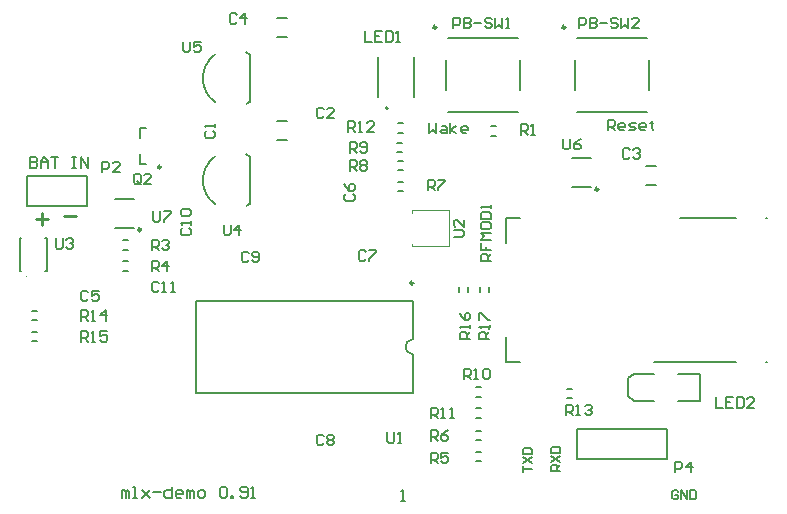
<source format=gto>
G04*
G04 #@! TF.GenerationSoftware,Altium Limited,Altium Designer,20.1.8 (145)*
G04*
G04 Layer_Color=16777215*
%FSLAX25Y25*%
%MOIN*%
G70*
G04*
G04 #@! TF.SameCoordinates,9FEF0589-292D-4462-8DC4-F6EDC39D71BC*
G04*
G04*
G04 #@! TF.FilePolarity,Positive*
G04*
G01*
G75*
%ADD10C,0.01000*%
%ADD11C,0.00394*%
%ADD12C,0.00984*%
%ADD13C,0.00787*%
%ADD14C,0.00600*%
%ADD15C,0.00500*%
%ADD16C,0.00700*%
D10*
X115000Y198500D02*
G03*
X115000Y198500I-500J0D01*
G01*
X267500Y212000D02*
G03*
X267500Y212000I-500J0D01*
G01*
X213500Y266000D02*
G03*
X213500Y266000I-500J0D01*
G01*
X256500D02*
G03*
X256500Y266000I-500J0D01*
G01*
X89500Y203000D02*
X93499D01*
X80000Y201999D02*
X83999D01*
X81999Y203999D02*
Y200000D01*
D11*
X77047Y182992D02*
G03*
X77047Y182992I-197J0D01*
G01*
X205500Y205200D02*
X217700D01*
X205500Y193000D02*
X217700D01*
X205500Y204200D02*
Y205200D01*
X217700Y193000D02*
Y205200D01*
X205500Y193100D02*
Y193900D01*
D12*
X205839Y180760D02*
G03*
X205839Y180760I-492J0D01*
G01*
X121732Y219413D02*
G03*
X121732Y219413I-492J0D01*
G01*
D13*
X205720Y162000D02*
G03*
X205720Y157000I0J-2500D01*
G01*
X151433Y256831D02*
G03*
X150181Y257637I-5932J-7831D01*
G01*
X139762Y256949D02*
G03*
X139874Y240972I5738J-7949D01*
G01*
X150133Y240387D02*
G03*
X151406Y241205I-4633J8613D01*
G01*
X151433Y222831D02*
G03*
X150181Y223637I-5932J-7831D01*
G01*
X139762Y222949D02*
G03*
X139874Y206972I5738J-7949D01*
G01*
X150133Y206387D02*
G03*
X151406Y207205I-4633J8613D01*
G01*
X197394Y239000D02*
G03*
X197394Y239000I-394J0D01*
G01*
X260500Y122000D02*
Y132000D01*
X290500D01*
Y122000D02*
Y132000D01*
X260500Y122000D02*
X290500D01*
X323331Y202516D02*
X323705D01*
X323331Y154484D02*
X323705D01*
X285929D02*
X313488D01*
X236717D02*
X241441D01*
X236717D02*
Y162752D01*
Y194248D02*
Y202516D01*
X241441D01*
X294591D02*
X313488D01*
X231075Y177713D02*
Y179287D01*
X227925Y177713D02*
Y179287D01*
X83213Y195776D02*
X83713D01*
Y185276D02*
Y195776D01*
Y184776D02*
Y185276D01*
X83213Y184776D02*
X83713D01*
X74713Y195776D02*
X75213D01*
X74713Y195276D02*
Y195776D01*
Y184776D02*
Y195276D01*
Y184776D02*
X75213D01*
X205720Y162000D02*
Y174854D01*
Y144146D02*
Y157000D01*
X133280Y144146D02*
Y174854D01*
X205720D01*
X133280Y144146D02*
X205720D01*
X109213Y195075D02*
X110787D01*
X109213Y191925D02*
X110787D01*
X109213Y188075D02*
X110787D01*
X109213Y184925D02*
X110787D01*
X151406Y241205D02*
Y256795D01*
Y207205D02*
Y222795D01*
X114744Y229256D02*
Y232405D01*
X116713D01*
X114744Y220595D02*
Y223744D01*
Y220595D02*
X116713D01*
X77000Y206500D02*
X97000D01*
Y216500D01*
X77000D02*
X97000D01*
X77000Y206500D02*
Y216500D01*
X200713Y221575D02*
X202287D01*
X200713Y218425D02*
X202287D01*
X200713Y211425D02*
X202287D01*
X200713Y214575D02*
X202287D01*
X200559Y227575D02*
X202134D01*
X200559Y224425D02*
X202134D01*
X226713Y124575D02*
X228287D01*
X226713Y121425D02*
X228287D01*
X226713Y131575D02*
X228287D01*
X226713Y128425D02*
X228287D01*
X160425Y269150D02*
X163575D01*
X160425Y262850D02*
X163575D01*
X78713Y161425D02*
X80287D01*
X78713Y164575D02*
X80287D01*
X78713Y168425D02*
X80287D01*
X78713Y171575D02*
X80287D01*
X257213Y142425D02*
X258787D01*
X257213Y145575D02*
X258787D01*
X231713Y233075D02*
X233287D01*
X231713Y229925D02*
X233287D01*
X200713Y230925D02*
X202287D01*
X200713Y234075D02*
X202287D01*
X160425Y234650D02*
X163575D01*
X160425Y228350D02*
X163575D01*
X226713Y139075D02*
X228287D01*
X226713Y135925D02*
X228287D01*
X226713Y146075D02*
X228287D01*
X226713Y142925D02*
X228287D01*
X283425Y219650D02*
X286575D01*
X283425Y213350D02*
X286575D01*
X224075Y177713D02*
Y179287D01*
X220925Y177713D02*
Y179287D01*
X279370Y141472D02*
X286063D01*
X277402Y148953D02*
X279370Y150528D01*
X277402Y143047D02*
X279370Y141472D01*
Y150528D02*
X286063D01*
X277402Y143047D02*
Y148953D01*
X301417Y141472D02*
Y150528D01*
X293937Y141472D02*
X301417D01*
X293937Y150528D02*
X301417D01*
D14*
X106350Y199150D02*
X112650D01*
X106350Y208850D02*
X112650D01*
X258850Y212650D02*
X265150D01*
X258850Y222350D02*
X265150D01*
X217360Y237700D02*
X240640D01*
X241300Y244967D02*
Y255033D01*
X217360Y262300D02*
X240640D01*
X216700Y244967D02*
Y255033D01*
X260360Y237700D02*
X283640D01*
X284300Y244967D02*
Y255033D01*
X260360Y262300D02*
X283640D01*
X259700Y244967D02*
Y255033D01*
D15*
X205906Y242807D02*
Y256193D01*
X194095Y242807D02*
Y256193D01*
D16*
X201700Y108200D02*
X202933D01*
X202316D01*
Y111899D01*
X201700Y111282D01*
X254800Y118200D02*
X251801D01*
Y119700D01*
X252301Y120199D01*
X253300D01*
X253800Y119700D01*
Y118200D01*
Y119200D02*
X254800Y120199D01*
X251801Y121199D02*
X254800Y123198D01*
X251801D02*
X254800Y121199D01*
X251801Y124198D02*
X254800D01*
Y125698D01*
X254300Y126197D01*
X252301D01*
X251801Y125698D01*
Y124198D01*
X294199Y111199D02*
X293700Y111699D01*
X292700D01*
X292200Y111199D01*
Y109200D01*
X292700Y108700D01*
X293700D01*
X294199Y109200D01*
Y110199D01*
X293200D01*
X295199Y108700D02*
Y111699D01*
X297198Y108700D01*
Y111699D01*
X298198D02*
Y108700D01*
X299698D01*
X300197Y109200D01*
Y111199D01*
X299698Y111699D01*
X298198D01*
X242301Y117700D02*
Y119699D01*
Y118700D01*
X245300D01*
X242301Y120699D02*
X245300Y122698D01*
X242301D02*
X245300Y120699D01*
X242301Y123698D02*
X245300D01*
Y125198D01*
X244800Y125697D01*
X242801D01*
X242301Y125198D01*
Y123698D01*
X211200Y234199D02*
Y230700D01*
X212366Y231866D01*
X213533Y230700D01*
Y234199D01*
X215282Y233033D02*
X216448D01*
X217031Y232449D01*
Y230700D01*
X215282D01*
X214699Y231283D01*
X215282Y231866D01*
X217031D01*
X218198Y230700D02*
Y234199D01*
Y231866D02*
X219947Y233033D01*
X218198Y231866D02*
X219947Y230700D01*
X223446D02*
X222280D01*
X221697Y231283D01*
Y232449D01*
X222280Y233033D01*
X223446D01*
X224029Y232449D01*
Y231866D01*
X221697D01*
X270700Y231700D02*
Y235199D01*
X272449D01*
X273033Y234616D01*
Y233449D01*
X272449Y232866D01*
X270700D01*
X271866D02*
X273033Y231700D01*
X275948D02*
X274782D01*
X274199Y232283D01*
Y233449D01*
X274782Y234033D01*
X275948D01*
X276531Y233449D01*
Y232866D01*
X274199D01*
X277698Y231700D02*
X279447D01*
X280030Y232283D01*
X279447Y232866D01*
X278281D01*
X277698Y233449D01*
X278281Y234033D01*
X280030D01*
X282946Y231700D02*
X281780D01*
X281197Y232283D01*
Y233449D01*
X281780Y234033D01*
X282946D01*
X283529Y233449D01*
Y232866D01*
X281197D01*
X285279Y234616D02*
Y234033D01*
X284696D01*
X285862D01*
X285279D01*
Y232283D01*
X285862Y231700D01*
X108700Y109200D02*
Y111666D01*
X109317D01*
X109933Y111049D01*
Y109200D01*
Y111049D01*
X110549Y111666D01*
X111166Y111049D01*
Y109200D01*
X112399D02*
X113632D01*
X113015D01*
Y112899D01*
X112399D01*
X115481Y111666D02*
X117947Y109200D01*
X116714Y110433D01*
X117947Y111666D01*
X115481Y109200D01*
X119180Y111049D02*
X121646D01*
X125345Y112899D02*
Y109200D01*
X123495D01*
X122879Y109817D01*
Y111049D01*
X123495Y111666D01*
X125345D01*
X128427Y109200D02*
X127194D01*
X126577Y109817D01*
Y111049D01*
X127194Y111666D01*
X128427D01*
X129043Y111049D01*
Y110433D01*
X126577D01*
X130276Y109200D02*
Y111666D01*
X130893D01*
X131509Y111049D01*
Y109200D01*
Y111049D01*
X132126Y111666D01*
X132742Y111049D01*
Y109200D01*
X134592D02*
X135825D01*
X136441Y109817D01*
Y111049D01*
X135825Y111666D01*
X134592D01*
X133975Y111049D01*
Y109817D01*
X134592Y109200D01*
X141373Y112282D02*
X141989Y112899D01*
X143222D01*
X143839Y112282D01*
Y109817D01*
X143222Y109200D01*
X141989D01*
X141373Y109817D01*
Y112282D01*
X145071Y109200D02*
Y109817D01*
X145688D01*
Y109200D01*
X145071D01*
X148154Y109817D02*
X148770Y109200D01*
X150003D01*
X150620Y109817D01*
Y112282D01*
X150003Y112899D01*
X148770D01*
X148154Y112282D01*
Y111666D01*
X148770Y111049D01*
X150620D01*
X151853Y109200D02*
X153086D01*
X152469D01*
Y112899D01*
X151853Y112282D01*
X78200Y222699D02*
Y219200D01*
X79949D01*
X80533Y219783D01*
Y220366D01*
X79949Y220949D01*
X78200D01*
X79949D01*
X80533Y221533D01*
Y222116D01*
X79949Y222699D01*
X78200D01*
X81699Y219200D02*
Y221533D01*
X82865Y222699D01*
X84031Y221533D01*
Y219200D01*
Y220949D01*
X81699D01*
X85198Y222699D02*
X87530D01*
X86364D01*
Y219200D01*
X92195Y222699D02*
X93362D01*
X92779D01*
Y219200D01*
X92195D01*
X93362D01*
X95111D02*
Y222699D01*
X97444Y219200D01*
Y222699D01*
X119084Y204749D02*
Y201834D01*
X119667Y201251D01*
X120834D01*
X121417Y201834D01*
Y204749D01*
X122583D02*
X124916D01*
Y204166D01*
X122583Y201834D01*
Y201251D01*
X255800Y228799D02*
Y225883D01*
X256383Y225300D01*
X257549D01*
X258133Y225883D01*
Y228799D01*
X261631D02*
X260465Y228216D01*
X259299Y227049D01*
Y225883D01*
X259882Y225300D01*
X261048D01*
X261631Y225883D01*
Y226466D01*
X261048Y227049D01*
X259299D01*
X293084Y117751D02*
Y121249D01*
X294834D01*
X295417Y120666D01*
Y119500D01*
X294834Y118917D01*
X293084D01*
X298333Y117751D02*
Y121249D01*
X296583Y119500D01*
X298916D01*
X231159Y162091D02*
X227661Y162163D01*
X227697Y163912D01*
X228292Y164483D01*
X229458Y164459D01*
X230029Y163864D01*
X229993Y162115D01*
X230017Y163281D02*
X231207Y164424D01*
X231231Y165589D02*
X231255Y166756D01*
X231243Y166173D01*
X227745Y166244D01*
X228316Y165649D01*
X227793Y168577D02*
X227841Y170909D01*
X228424Y170897D01*
X230708Y168517D01*
X231291Y168505D01*
X219251Y196084D02*
X222166D01*
X222749Y196667D01*
Y197834D01*
X222166Y198417D01*
X219251D01*
X222749Y201916D02*
Y199583D01*
X220417Y201916D01*
X219834D01*
X219251Y201333D01*
Y200166D01*
X219834Y199583D01*
X197167Y131009D02*
Y128094D01*
X197751Y127510D01*
X198917D01*
X199500Y128094D01*
Y131009D01*
X200666Y127510D02*
X201833D01*
X201249D01*
Y131009D01*
X200666Y130426D01*
X121042Y180666D02*
X120459Y181249D01*
X119293D01*
X118710Y180666D01*
Y178334D01*
X119293Y177751D01*
X120459D01*
X121042Y178334D01*
X122208Y177751D02*
X123375D01*
X122792D01*
Y181249D01*
X122208Y180666D01*
X125124Y177751D02*
X126290D01*
X125707D01*
Y181249D01*
X125124Y180666D01*
X129084Y261249D02*
Y258334D01*
X129667Y257751D01*
X130834D01*
X131417Y258334D01*
Y261249D01*
X134916D02*
X132583D01*
Y259500D01*
X133749Y260083D01*
X134333D01*
X134916Y259500D01*
Y258334D01*
X134333Y257751D01*
X133166D01*
X132583Y258334D01*
X142584Y200249D02*
Y197334D01*
X143167Y196751D01*
X144334D01*
X144917Y197334D01*
Y200249D01*
X147833Y196751D02*
Y200249D01*
X146083Y198500D01*
X148416D01*
X128834Y198959D02*
X128251Y198376D01*
Y197210D01*
X128834Y196626D01*
X131166D01*
X131749Y197210D01*
Y198376D01*
X131166Y198959D01*
X131749Y200125D02*
Y201292D01*
Y200708D01*
X128251D01*
X128834Y200125D01*
Y203041D02*
X128251Y203624D01*
Y204790D01*
X128834Y205374D01*
X131166D01*
X131749Y204790D01*
Y203624D01*
X131166Y203041D01*
X128834D01*
X114917Y214334D02*
Y216666D01*
X114334Y217249D01*
X113167D01*
X112584Y216666D01*
Y214334D01*
X113167Y213751D01*
X114334D01*
X113751Y214917D02*
X114917Y213751D01*
X114334D02*
X114917Y214334D01*
X118416Y213751D02*
X116083D01*
X118416Y216083D01*
Y216666D01*
X117833Y217249D01*
X116666D01*
X116083Y216666D01*
X224749Y162126D02*
X221251D01*
Y163876D01*
X221834Y164459D01*
X223000D01*
X223583Y163876D01*
Y162126D01*
Y163293D02*
X224749Y164459D01*
Y165625D02*
Y166792D01*
Y166208D01*
X221251D01*
X221834Y165625D01*
X221251Y170874D02*
X221834Y169707D01*
X223000Y168541D01*
X224166D01*
X224749Y169124D01*
Y170290D01*
X224166Y170874D01*
X223583D01*
X223000Y170290D01*
Y168541D01*
X86584Y195749D02*
Y192834D01*
X87167Y192251D01*
X88334D01*
X88917Y192834D01*
Y195749D01*
X90083Y195166D02*
X90666Y195749D01*
X91833D01*
X92416Y195166D01*
Y194583D01*
X91833Y194000D01*
X91249D01*
X91833D01*
X92416Y193417D01*
Y192834D01*
X91833Y192251D01*
X90666D01*
X90083Y192834D01*
X231749Y188170D02*
X228251D01*
Y189919D01*
X228834Y190502D01*
X230000D01*
X230583Y189919D01*
Y188170D01*
Y189336D02*
X231749Y190502D01*
X228251Y194001D02*
Y191669D01*
X230000D01*
Y192835D01*
Y191669D01*
X231749D01*
Y195167D02*
X228251D01*
X229417Y196334D01*
X228251Y197500D01*
X231749D01*
X228251Y200416D02*
Y199249D01*
X228834Y198666D01*
X231166D01*
X231749Y199249D01*
Y200416D01*
X231166Y200999D01*
X228834D01*
X228251Y200416D01*
Y202165D02*
X231749D01*
Y203915D01*
X231166Y204498D01*
X228834D01*
X228251Y203915D01*
Y202165D01*
X231749Y205664D02*
Y206830D01*
Y206247D01*
X228251D01*
X228834Y205664D01*
X95126Y161251D02*
Y164749D01*
X96876D01*
X97459Y164166D01*
Y163000D01*
X96876Y162417D01*
X95126D01*
X96293D02*
X97459Y161251D01*
X98625D02*
X99792D01*
X99208D01*
Y164749D01*
X98625Y164166D01*
X103874Y164749D02*
X101541D01*
Y163000D01*
X102707Y163583D01*
X103290D01*
X103874Y163000D01*
Y161834D01*
X103290Y161251D01*
X102124D01*
X101541Y161834D01*
X95126Y168251D02*
Y171749D01*
X96876D01*
X97459Y171166D01*
Y170000D01*
X96876Y169417D01*
X95126D01*
X96293D02*
X97459Y168251D01*
X98625D02*
X99792D01*
X99208D01*
Y171749D01*
X98625Y171166D01*
X103290Y168251D02*
Y171749D01*
X101541Y170000D01*
X103874D01*
X256626Y136751D02*
Y140249D01*
X258376D01*
X258959Y139666D01*
Y138500D01*
X258376Y137917D01*
X256626D01*
X257793D02*
X258959Y136751D01*
X260125D02*
X261292D01*
X260708D01*
Y140249D01*
X260125Y139666D01*
X263041D02*
X263624Y140249D01*
X264790D01*
X265374Y139666D01*
Y139083D01*
X264790Y138500D01*
X264207D01*
X264790D01*
X265374Y137917D01*
Y137334D01*
X264790Y136751D01*
X263624D01*
X263041Y137334D01*
X184126Y231251D02*
Y234749D01*
X185876D01*
X186459Y234166D01*
Y233000D01*
X185876Y232417D01*
X184126D01*
X185293D02*
X186459Y231251D01*
X187625D02*
X188792D01*
X188208D01*
Y234749D01*
X187625Y234166D01*
X192874Y231251D02*
X190541D01*
X192874Y233583D01*
Y234166D01*
X192290Y234749D01*
X191124D01*
X190541Y234166D01*
X211710Y135751D02*
Y139249D01*
X213459D01*
X214042Y138666D01*
Y137500D01*
X213459Y136917D01*
X211710D01*
X212876D02*
X214042Y135751D01*
X215208D02*
X216375D01*
X215792D01*
Y139249D01*
X215208Y138666D01*
X218124Y135751D02*
X219290D01*
X218707D01*
Y139249D01*
X218124Y138666D01*
X222626Y148751D02*
Y152249D01*
X224376D01*
X224959Y151666D01*
Y150500D01*
X224376Y149917D01*
X222626D01*
X223793D02*
X224959Y148751D01*
X226125D02*
X227292D01*
X226708D01*
Y152249D01*
X226125Y151666D01*
X229041D02*
X229624Y152249D01*
X230790D01*
X231374Y151666D01*
Y149334D01*
X230790Y148751D01*
X229624D01*
X229041Y149334D01*
Y151666D01*
X184584Y224251D02*
Y227749D01*
X186334D01*
X186917Y227166D01*
Y226000D01*
X186334Y225417D01*
X184584D01*
X185751D02*
X186917Y224251D01*
X188083Y224834D02*
X188666Y224251D01*
X189833D01*
X190416Y224834D01*
Y227166D01*
X189833Y227749D01*
X188666D01*
X188083Y227166D01*
Y226583D01*
X188666Y226000D01*
X190416D01*
X184584Y218251D02*
Y221749D01*
X186334D01*
X186917Y221166D01*
Y220000D01*
X186334Y219417D01*
X184584D01*
X185751D02*
X186917Y218251D01*
X188083Y221166D02*
X188666Y221749D01*
X189833D01*
X190416Y221166D01*
Y220583D01*
X189833Y220000D01*
X190416Y219417D01*
Y218834D01*
X189833Y218251D01*
X188666D01*
X188083Y218834D01*
Y219417D01*
X188666Y220000D01*
X188083Y220583D01*
Y221166D01*
X188666Y220000D02*
X189833D01*
X210584Y211751D02*
Y215249D01*
X212334D01*
X212917Y214666D01*
Y213500D01*
X212334Y212917D01*
X210584D01*
X211751D02*
X212917Y211751D01*
X214083Y215249D02*
X216416D01*
Y214666D01*
X214083Y212334D01*
Y211751D01*
X211584Y128251D02*
Y131749D01*
X213334D01*
X213917Y131166D01*
Y130000D01*
X213334Y129417D01*
X211584D01*
X212751D02*
X213917Y128251D01*
X217416Y131749D02*
X216249Y131166D01*
X215083Y130000D01*
Y128834D01*
X215666Y128251D01*
X216833D01*
X217416Y128834D01*
Y129417D01*
X216833Y130000D01*
X215083D01*
X211584Y120751D02*
Y124249D01*
X213334D01*
X213917Y123666D01*
Y122500D01*
X213334Y121917D01*
X211584D01*
X212751D02*
X213917Y120751D01*
X217416Y124249D02*
X215083D01*
Y122500D01*
X216249Y123083D01*
X216833D01*
X217416Y122500D01*
Y121334D01*
X216833Y120751D01*
X215666D01*
X215083Y121334D01*
X118584Y184751D02*
Y188249D01*
X120334D01*
X120917Y187666D01*
Y186500D01*
X120334Y185917D01*
X118584D01*
X119751D02*
X120917Y184751D01*
X123833D02*
Y188249D01*
X122083Y186500D01*
X124416D01*
X118584Y191751D02*
Y195249D01*
X120334D01*
X120917Y194666D01*
Y193500D01*
X120334Y192917D01*
X118584D01*
X119751D02*
X120917Y191751D01*
X122083Y194666D02*
X122666Y195249D01*
X123833D01*
X124416Y194666D01*
Y194083D01*
X123833Y193500D01*
X123249D01*
X123833D01*
X124416Y192917D01*
Y192334D01*
X123833Y191751D01*
X122666D01*
X122083Y192334D01*
X241667Y230251D02*
Y233749D01*
X243417D01*
X244000Y233166D01*
Y232000D01*
X243417Y231417D01*
X241667D01*
X242834D02*
X244000Y230251D01*
X245166D02*
X246333D01*
X245749D01*
Y233749D01*
X245166Y233166D01*
X261087Y265751D02*
Y269249D01*
X262836D01*
X263419Y268666D01*
Y267500D01*
X262836Y266917D01*
X261087D01*
X264585Y269249D02*
Y265751D01*
X266335D01*
X266918Y266334D01*
Y266917D01*
X266335Y267500D01*
X264585D01*
X266335D01*
X266918Y268083D01*
Y268666D01*
X266335Y269249D01*
X264585D01*
X268084Y267500D02*
X270417D01*
X273916Y268666D02*
X273333Y269249D01*
X272166D01*
X271583Y268666D01*
Y268083D01*
X272166Y267500D01*
X273333D01*
X273916Y266917D01*
Y266334D01*
X273333Y265751D01*
X272166D01*
X271583Y266334D01*
X275082Y269249D02*
Y265751D01*
X276248Y266917D01*
X277415Y265751D01*
Y269249D01*
X280913Y265751D02*
X278581D01*
X280913Y268083D01*
Y268666D01*
X280330Y269249D01*
X279164D01*
X278581Y268666D01*
X219170Y265751D02*
Y269249D01*
X220919D01*
X221502Y268666D01*
Y267500D01*
X220919Y266917D01*
X219170D01*
X222669Y269249D02*
Y265751D01*
X224418D01*
X225001Y266334D01*
Y266917D01*
X224418Y267500D01*
X222669D01*
X224418D01*
X225001Y268083D01*
Y268666D01*
X224418Y269249D01*
X222669D01*
X226167Y267500D02*
X228500D01*
X231999Y268666D02*
X231416Y269249D01*
X230249D01*
X229666Y268666D01*
Y268083D01*
X230249Y267500D01*
X231416D01*
X231999Y266917D01*
Y266334D01*
X231416Y265751D01*
X230249D01*
X229666Y266334D01*
X233165Y269249D02*
Y265751D01*
X234331Y266917D01*
X235498Y265751D01*
Y269249D01*
X236664Y265751D02*
X237830D01*
X237247D01*
Y269249D01*
X236664Y268666D01*
X102084Y217751D02*
Y221249D01*
X103834D01*
X104417Y220666D01*
Y219500D01*
X103834Y218917D01*
X102084D01*
X107916Y217751D02*
X105583D01*
X107916Y220083D01*
Y220666D01*
X107333Y221249D01*
X106166D01*
X105583Y220666D01*
X306585Y142749D02*
Y139251D01*
X308918D01*
X312417Y142749D02*
X310084D01*
Y139251D01*
X312417D01*
X310084Y141000D02*
X311251D01*
X313583Y142749D02*
Y139251D01*
X315333D01*
X315916Y139834D01*
Y142166D01*
X315333Y142749D01*
X313583D01*
X319415Y139251D02*
X317082D01*
X319415Y141583D01*
Y142166D01*
X318831Y142749D01*
X317665D01*
X317082Y142166D01*
X189669Y264749D02*
Y261251D01*
X192001D01*
X195500Y264749D02*
X193167D01*
Y261251D01*
X195500D01*
X193167Y263000D02*
X194334D01*
X196666Y264749D02*
Y261251D01*
X198416D01*
X198999Y261834D01*
Y264166D01*
X198416Y264749D01*
X196666D01*
X200165Y261251D02*
X201331D01*
X200748D01*
Y264749D01*
X200165Y264166D01*
X150917Y190666D02*
X150334Y191249D01*
X149167D01*
X148584Y190666D01*
Y188334D01*
X149167Y187751D01*
X150334D01*
X150917Y188334D01*
X152083D02*
X152666Y187751D01*
X153833D01*
X154416Y188334D01*
Y190666D01*
X153833Y191249D01*
X152666D01*
X152083Y190666D01*
Y190083D01*
X152666Y189500D01*
X154416D01*
X175917Y129666D02*
X175334Y130249D01*
X174167D01*
X173584Y129666D01*
Y127334D01*
X174167Y126751D01*
X175334D01*
X175917Y127334D01*
X177083Y129666D02*
X177666Y130249D01*
X178833D01*
X179416Y129666D01*
Y129083D01*
X178833Y128500D01*
X179416Y127917D01*
Y127334D01*
X178833Y126751D01*
X177666D01*
X177083Y127334D01*
Y127917D01*
X177666Y128500D01*
X177083Y129083D01*
Y129666D01*
X177666Y128500D02*
X178833D01*
X189917Y191166D02*
X189334Y191749D01*
X188167D01*
X187584Y191166D01*
Y188834D01*
X188167Y188251D01*
X189334D01*
X189917Y188834D01*
X191083Y191749D02*
X193416D01*
Y191166D01*
X191083Y188834D01*
Y188251D01*
X183334Y210417D02*
X182751Y209834D01*
Y208667D01*
X183334Y208084D01*
X185666D01*
X186249Y208667D01*
Y209834D01*
X185666Y210417D01*
X182751Y213916D02*
X183334Y212749D01*
X184500Y211583D01*
X185666D01*
X186249Y212166D01*
Y213333D01*
X185666Y213916D01*
X185083D01*
X184500Y213333D01*
Y211583D01*
X97417Y177666D02*
X96834Y178249D01*
X95667D01*
X95084Y177666D01*
Y175334D01*
X95667Y174751D01*
X96834D01*
X97417Y175334D01*
X100916Y178249D02*
X98583D01*
Y176500D01*
X99749Y177083D01*
X100333D01*
X100916Y176500D01*
Y175334D01*
X100333Y174751D01*
X99166D01*
X98583Y175334D01*
X146917Y270166D02*
X146334Y270749D01*
X145167D01*
X144584Y270166D01*
Y267834D01*
X145167Y267251D01*
X146334D01*
X146917Y267834D01*
X149833Y267251D02*
Y270749D01*
X148083Y269000D01*
X150416D01*
X277917Y225166D02*
X277334Y225749D01*
X276167D01*
X275584Y225166D01*
Y222834D01*
X276167Y222251D01*
X277334D01*
X277917Y222834D01*
X279083Y225166D02*
X279666Y225749D01*
X280833D01*
X281416Y225166D01*
Y224583D01*
X280833Y224000D01*
X280249D01*
X280833D01*
X281416Y223417D01*
Y222834D01*
X280833Y222251D01*
X279666D01*
X279083Y222834D01*
X175917Y238666D02*
X175334Y239249D01*
X174167D01*
X173584Y238666D01*
Y236334D01*
X174167Y235751D01*
X175334D01*
X175917Y236334D01*
X179416Y235751D02*
X177083D01*
X179416Y238083D01*
Y238666D01*
X178833Y239249D01*
X177666D01*
X177083Y238666D01*
X136834Y231500D02*
X136250Y230917D01*
Y229751D01*
X136834Y229167D01*
X139166D01*
X139749Y229751D01*
Y230917D01*
X139166Y231500D01*
X139749Y232666D02*
Y233833D01*
Y233249D01*
X136250D01*
X136834Y232666D01*
M02*

</source>
